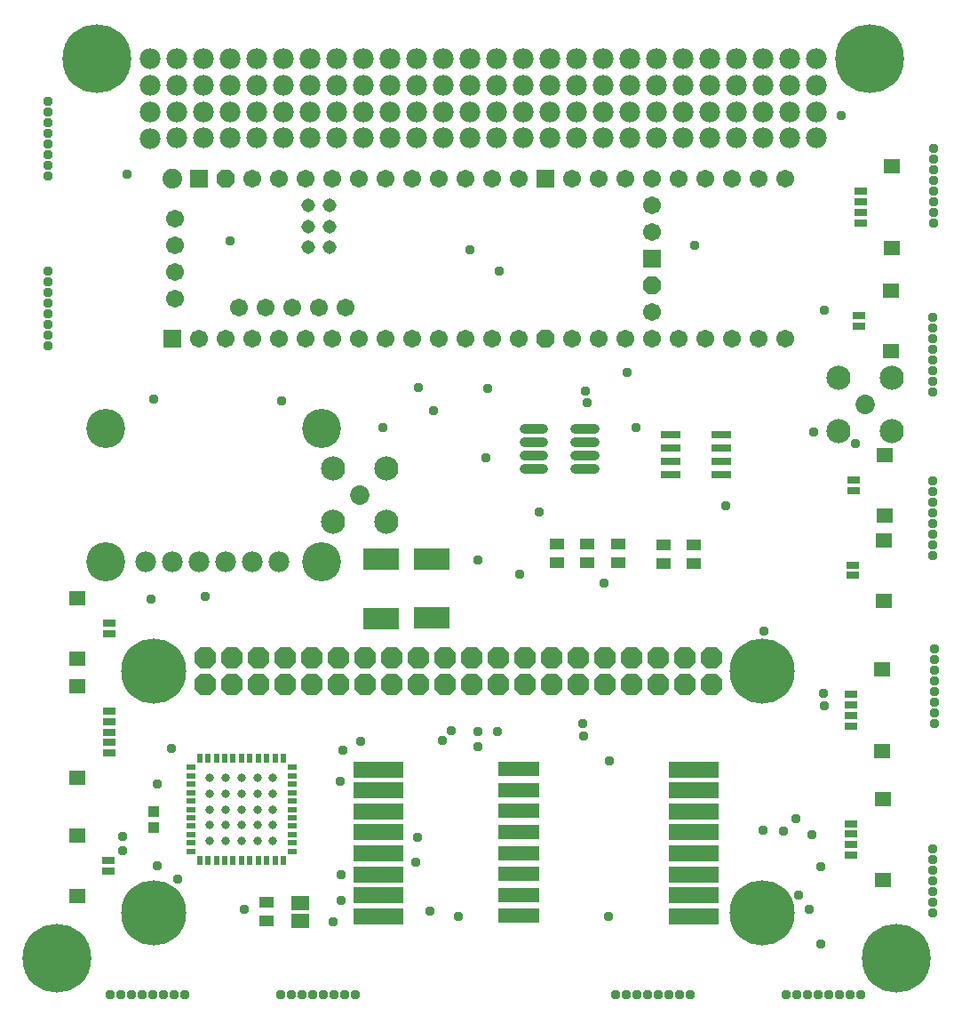
<source format=gbr>
G04 EAGLE Gerber RS-274X export*
G75*
%MOMM*%
%FSLAX34Y34*%
%LPD*%
%INSoldermask Bottom*%
%IPPOS*%
%AMOC8*
5,1,8,0,0,1.08239X$1,22.5*%
G01*
%ADD10C,6.553200*%
%ADD11C,1.981200*%
%ADD12C,0.903200*%
%ADD13R,1.403200X1.003200*%
%ADD14R,0.903200X0.563200*%
%ADD15R,0.563200X0.903200*%
%ADD16C,0.803200*%
%ADD17R,1.003200X1.003200*%
%ADD18R,1.879600X0.711200*%
%ADD19R,1.711200X1.711200*%
%ADD20C,1.879600*%
%ADD21P,1.852186X8X112.500000*%
%ADD22C,1.711200*%
%ADD23C,1.311200*%
%ADD24R,1.203200X0.753200*%
%ADD25R,1.503200X1.463200*%
%ADD26P,2.249423X8X22.500000*%
%ADD27C,2.303200*%
%ADD28C,1.853200*%
%ADD29R,1.673200X1.403200*%
%ADD30R,4.703200X1.503200*%
%ADD31R,4.003200X1.403200*%
%ADD32R,3.403200X2.003200*%
%ADD33C,0.959600*%
%ADD34C,3.719200*%
%ADD35C,6.203200*%


D10*
X50800Y50800D03*
X850900Y50800D03*
X825500Y908050D03*
X88900Y908050D03*
D11*
X774700Y908050D03*
X774700Y882650D03*
X139700Y908050D03*
X139700Y882650D03*
X749300Y908050D03*
X749300Y882650D03*
X723900Y908050D03*
X723900Y882650D03*
X698500Y908050D03*
X698500Y882650D03*
X673100Y908050D03*
X673100Y882650D03*
X647700Y908050D03*
X647700Y882650D03*
X622300Y908050D03*
X622300Y882650D03*
X596900Y908050D03*
X596900Y882650D03*
X571500Y908050D03*
X571500Y882650D03*
X546100Y908050D03*
X546100Y882650D03*
X520700Y908050D03*
X520700Y882650D03*
X495300Y908050D03*
X495300Y882650D03*
X469900Y908050D03*
X469900Y882650D03*
X444500Y908050D03*
X444500Y882650D03*
X419100Y908050D03*
X419100Y882650D03*
X393700Y908050D03*
X393700Y882650D03*
X368300Y908050D03*
X368300Y882650D03*
X342900Y908050D03*
X342900Y882650D03*
X317500Y908050D03*
X317500Y882650D03*
X292100Y908050D03*
X292100Y882650D03*
X266700Y908050D03*
X266700Y882650D03*
X241300Y908050D03*
X241300Y882650D03*
X215900Y908050D03*
X215900Y882650D03*
X190500Y908050D03*
X190500Y882650D03*
X165100Y908050D03*
X165100Y882650D03*
X774700Y857250D03*
X774700Y832231D03*
X139700Y857250D03*
X139700Y831850D03*
X749300Y857250D03*
X749300Y832231D03*
X723900Y857250D03*
X723900Y832231D03*
X698500Y857250D03*
X698500Y832231D03*
X673100Y857250D03*
X673100Y832231D03*
X647700Y857250D03*
X647700Y832231D03*
X622300Y857250D03*
X622300Y832231D03*
X596900Y857250D03*
X596900Y832231D03*
X571500Y857250D03*
X571500Y832231D03*
X546100Y857250D03*
X546100Y832231D03*
X520700Y857250D03*
X520700Y832231D03*
X495300Y857250D03*
X495300Y832231D03*
X469900Y857250D03*
X469900Y832231D03*
X444500Y857250D03*
X444500Y832231D03*
X419100Y857250D03*
X419100Y832231D03*
X393700Y857250D03*
X393700Y832231D03*
X368300Y857250D03*
X368300Y832231D03*
X342900Y857250D03*
X342900Y832231D03*
X317500Y857250D03*
X317500Y832231D03*
X292100Y857250D03*
X292100Y832231D03*
X266700Y857250D03*
X266700Y832231D03*
X241300Y857250D03*
X241300Y832231D03*
X215900Y857250D03*
X215900Y832231D03*
X190500Y857250D03*
X190500Y832231D03*
X165100Y857250D03*
X165100Y832231D03*
D12*
X495332Y517230D02*
X513332Y517230D01*
X513332Y529930D02*
X495332Y529930D01*
X495332Y542630D02*
X513332Y542630D01*
X513332Y555330D02*
X495332Y555330D01*
X544332Y517230D02*
X562332Y517230D01*
X562332Y529930D02*
X544332Y529930D01*
X544332Y542630D02*
X562332Y542630D01*
X562332Y555330D02*
X544332Y555330D01*
D13*
X555628Y445500D03*
X555628Y427500D03*
X526898Y445666D03*
X526898Y427666D03*
D14*
X177988Y152894D03*
X177988Y160894D03*
X177988Y168894D03*
X177988Y176894D03*
X177988Y184894D03*
X177988Y192894D03*
X177988Y200894D03*
X177988Y208894D03*
X177988Y216894D03*
X177988Y224894D03*
X177988Y232894D03*
D15*
X186388Y241294D03*
X194388Y241294D03*
X202388Y241294D03*
X210388Y241294D03*
X218388Y241294D03*
X226388Y241294D03*
X234488Y241294D03*
X242388Y241294D03*
X250388Y241294D03*
X258388Y241294D03*
X266388Y241294D03*
D14*
X274788Y232894D03*
X274788Y224894D03*
X274788Y216894D03*
X274788Y208894D03*
X274788Y200894D03*
X274788Y192894D03*
X274788Y184894D03*
X274788Y176894D03*
X274788Y168894D03*
X274788Y160894D03*
X274788Y152894D03*
D15*
X266388Y144494D03*
X258388Y144494D03*
X250388Y144494D03*
X242388Y144494D03*
X234388Y144494D03*
X226388Y144494D03*
X218388Y144494D03*
X210388Y144494D03*
X202388Y144494D03*
X194588Y144494D03*
X186388Y144494D03*
D16*
X196388Y162894D03*
X196388Y177894D03*
X196388Y192894D03*
X196388Y207894D03*
X196388Y222894D03*
X211388Y162894D03*
X211388Y177894D03*
X211388Y192894D03*
X211388Y207894D03*
X211388Y222894D03*
X226388Y162894D03*
X226388Y177894D03*
X226388Y192894D03*
X226388Y207894D03*
X226388Y222894D03*
X241388Y162894D03*
X241388Y177894D03*
X241388Y192894D03*
X241388Y207894D03*
X241388Y222894D03*
X256388Y162894D03*
X256388Y177894D03*
X256388Y192894D03*
X256388Y207894D03*
X256388Y222894D03*
D17*
X142976Y175626D03*
X142976Y190626D03*
D11*
X135040Y428604D03*
X160440Y428604D03*
X185840Y428604D03*
X211240Y428604D03*
X236640Y428604D03*
X262040Y428604D03*
D13*
X657088Y444900D03*
X657088Y426900D03*
X628762Y426900D03*
X628762Y444900D03*
D18*
X683446Y549544D03*
X683446Y536844D03*
X683446Y524144D03*
X683446Y511444D03*
X635186Y511444D03*
X635186Y524144D03*
X635186Y536844D03*
X635186Y549544D03*
D13*
X585442Y427700D03*
X585442Y445700D03*
X249800Y104400D03*
X249800Y86400D03*
D19*
X160400Y641100D03*
X617600Y717300D03*
X185800Y793500D03*
D20*
X160400Y793500D03*
D21*
X211200Y793500D03*
X617600Y691900D03*
D22*
X617600Y666500D03*
X617600Y742700D03*
X617600Y768100D03*
X490600Y793500D03*
X490600Y641100D03*
X185800Y641100D03*
X211200Y641100D03*
X236600Y641100D03*
X262000Y641100D03*
X287400Y641100D03*
X312800Y641100D03*
X338200Y641100D03*
X363600Y641100D03*
X389000Y641100D03*
X414400Y641100D03*
X439800Y641100D03*
X465200Y641100D03*
X162700Y755400D03*
X465200Y793500D03*
X439800Y793500D03*
X414400Y793500D03*
X389000Y793500D03*
X363600Y793500D03*
X338200Y793500D03*
X312800Y793500D03*
X287400Y793500D03*
X262000Y793500D03*
X236600Y793500D03*
D21*
X516000Y641100D03*
D22*
X566800Y641100D03*
X592200Y641100D03*
X617600Y641100D03*
X643000Y641100D03*
X668400Y641100D03*
X693800Y641100D03*
X719200Y641100D03*
X744600Y641100D03*
X541400Y793500D03*
X566800Y793500D03*
X592200Y793500D03*
X617600Y793500D03*
X643000Y793500D03*
X668400Y793500D03*
X693800Y793500D03*
X719200Y793500D03*
X744600Y793500D03*
X223900Y671100D03*
X249300Y671100D03*
X274700Y671100D03*
X300100Y671100D03*
X325500Y671100D03*
X541400Y641100D03*
D19*
X516000Y793500D03*
D22*
X162700Y704600D03*
X162700Y679200D03*
D23*
X290100Y768100D03*
X290100Y748100D03*
X290100Y728100D03*
X310100Y768100D03*
X310100Y748100D03*
X310100Y728100D03*
D22*
X162700Y730000D03*
D24*
X816300Y781400D03*
X816300Y771400D03*
X816300Y761400D03*
X816300Y751400D03*
D25*
X846200Y805150D03*
X846200Y727600D03*
D24*
X99400Y134500D03*
X99400Y144500D03*
D25*
X69500Y110750D03*
X69500Y168300D03*
D24*
X100000Y246500D03*
X100000Y256500D03*
X100000Y266500D03*
X100000Y276500D03*
X100000Y286500D03*
D25*
X70100Y222750D03*
X70100Y310300D03*
D24*
X100000Y360000D03*
X100000Y370000D03*
D25*
X70100Y336250D03*
X70100Y393800D03*
D24*
X815100Y663400D03*
X815100Y653400D03*
D25*
X845000Y687150D03*
X845000Y629600D03*
D24*
X807400Y302400D03*
X807400Y292400D03*
X807400Y282400D03*
X807400Y272400D03*
D25*
X837300Y326150D03*
X837300Y248600D03*
D24*
X809100Y425700D03*
X809100Y415700D03*
D25*
X839000Y449450D03*
X839000Y391900D03*
D26*
X191600Y311900D03*
X191600Y337300D03*
X217000Y311900D03*
X217000Y337300D03*
X242400Y311900D03*
X242400Y337300D03*
X267800Y311900D03*
X267800Y337300D03*
X293200Y311900D03*
X293200Y337300D03*
X318600Y311900D03*
X318600Y337300D03*
X344000Y311900D03*
X344000Y337300D03*
X369400Y311900D03*
X369400Y337300D03*
X394800Y311900D03*
X394800Y337300D03*
X420200Y311900D03*
X420200Y337300D03*
X445600Y311900D03*
X445600Y337300D03*
X471000Y311900D03*
X471000Y337300D03*
X496400Y311900D03*
X496400Y337300D03*
X521800Y311900D03*
X521800Y337300D03*
X547200Y311900D03*
X547200Y337300D03*
X572600Y311900D03*
X572600Y337300D03*
X598000Y311900D03*
X598000Y337300D03*
X623400Y311900D03*
X623400Y337300D03*
X648800Y311900D03*
X648800Y337300D03*
X674200Y311900D03*
X674200Y337300D03*
D24*
X809800Y506500D03*
X809800Y496500D03*
D25*
X839700Y530250D03*
X839700Y472700D03*
D27*
X846000Y604200D03*
X846000Y553400D03*
X795200Y553400D03*
X795200Y604200D03*
D28*
X820600Y578800D03*
D27*
X313600Y466700D03*
X313600Y517500D03*
X364400Y517500D03*
X364400Y466700D03*
D28*
X339000Y492100D03*
D24*
X807600Y179300D03*
X807600Y169300D03*
X807600Y159300D03*
X807600Y149300D03*
D25*
X837500Y203050D03*
X837500Y125500D03*
D29*
X282500Y86800D03*
X282500Y104000D03*
D30*
X657500Y211000D03*
X657500Y191000D03*
X657500Y171000D03*
X657500Y151000D03*
X657500Y131000D03*
X657500Y111000D03*
X657500Y91000D03*
X657500Y231000D03*
X356500Y91000D03*
X356500Y111000D03*
X356500Y131000D03*
X356500Y151000D03*
X356500Y171000D03*
X356500Y191000D03*
X356500Y211000D03*
X356500Y231000D03*
D31*
X491000Y211400D03*
X491000Y191400D03*
X491000Y171400D03*
X491000Y151400D03*
X491000Y131400D03*
X491000Y111400D03*
X491000Y91400D03*
X354000Y91400D03*
X354000Y111400D03*
X354000Y131400D03*
X354000Y151400D03*
X354000Y171400D03*
X354000Y191400D03*
X354000Y211400D03*
X354000Y231400D03*
X491000Y231400D03*
D32*
X407500Y375400D03*
X407500Y431400D03*
X359800Y374900D03*
X359800Y430900D03*
D33*
X101600Y16510D03*
X121920Y16510D03*
X132080Y16510D03*
X142240Y16510D03*
X152400Y16510D03*
X162560Y16510D03*
X172720Y16510D03*
X111760Y16510D03*
X264160Y16510D03*
X274320Y16510D03*
X284480Y16510D03*
X294640Y16510D03*
X304800Y16510D03*
X314960Y16510D03*
X325120Y16510D03*
X41656Y796544D03*
X41656Y816864D03*
X41656Y827024D03*
X41656Y837184D03*
X41656Y847344D03*
X41656Y857504D03*
X41656Y867664D03*
X41656Y806704D03*
X41656Y634492D03*
X41656Y654812D03*
X41656Y664972D03*
X41656Y675132D03*
X41656Y685292D03*
X41656Y695452D03*
X41656Y705612D03*
X41656Y644652D03*
X582930Y16510D03*
X603250Y16510D03*
X613410Y16510D03*
X623570Y16510D03*
X633730Y16510D03*
X643890Y16510D03*
X654050Y16510D03*
X593090Y16510D03*
X745490Y16510D03*
X755650Y16510D03*
X765810Y16510D03*
X775970Y16510D03*
X786130Y16510D03*
X796290Y16510D03*
X806450Y16510D03*
X816610Y16510D03*
X885190Y94234D03*
X885190Y114554D03*
X885190Y124714D03*
X885190Y134874D03*
X885190Y145034D03*
X885190Y155194D03*
X885190Y104394D03*
X886206Y751332D03*
X886206Y771652D03*
X886206Y781812D03*
X886206Y791972D03*
X886206Y802132D03*
X886206Y812292D03*
X886206Y822452D03*
X886206Y761492D03*
X798000Y854000D03*
X335250Y16500D03*
X229000Y98000D03*
X778700Y64300D03*
X811700Y541700D03*
X767600Y97600D03*
X771800Y552100D03*
X754600Y184300D03*
X723700Y172700D03*
X602800Y557000D03*
X594200Y608700D03*
X742800Y172600D03*
X146100Y139000D03*
X406400Y96000D03*
X572200Y408300D03*
X451500Y252400D03*
X361100Y556200D03*
X555600Y580700D03*
X113000Y167400D03*
X113400Y153300D03*
X426200Y268000D03*
X451600Y267000D03*
X470700Y266800D03*
X781900Y291200D03*
X452100Y430600D03*
X781300Y303100D03*
X491600Y417200D03*
X510100Y475800D03*
X191400Y395900D03*
X554200Y590900D03*
X165700Y126200D03*
X770100Y169200D03*
X417600Y258800D03*
X320700Y219900D03*
X159200Y251300D03*
X459000Y528100D03*
X215800Y734400D03*
D34*
X303060Y555600D03*
X96940Y428604D03*
X96940Y555604D03*
X303060Y428604D03*
D33*
X688000Y482000D03*
X313600Y86000D03*
X145700Y216800D03*
X576000Y91000D03*
X433000Y91000D03*
X577000Y239000D03*
X395200Y594500D03*
X140300Y393300D03*
X886590Y274934D03*
X886590Y295254D03*
X886590Y305414D03*
X886590Y315574D03*
X886590Y325734D03*
X886590Y335894D03*
X886590Y346054D03*
X886590Y285094D03*
X885490Y590834D03*
X885490Y611154D03*
X885490Y621314D03*
X885490Y631474D03*
X885490Y641634D03*
X885490Y651794D03*
X885490Y661954D03*
X885490Y600994D03*
X885190Y434634D03*
X885190Y454954D03*
X885190Y465114D03*
X885190Y475274D03*
X885190Y485434D03*
X885190Y495594D03*
X885190Y505754D03*
X885190Y444794D03*
X781700Y668400D03*
X392600Y142900D03*
X393900Y165900D03*
X323100Y249600D03*
X340000Y257500D03*
X551400Y274700D03*
X552400Y262800D03*
D35*
X142600Y324700D03*
X722600Y324600D03*
X722600Y94600D03*
X142600Y94600D03*
D33*
X460900Y593800D03*
X724000Y362800D03*
X778600Y138700D03*
X658400Y730500D03*
X321400Y130400D03*
X321400Y105900D03*
X757000Y111000D03*
X443700Y725800D03*
X471900Y705700D03*
X409000Y573000D03*
X265000Y582000D03*
X143000Y584000D03*
X117000Y798000D03*
M02*

</source>
